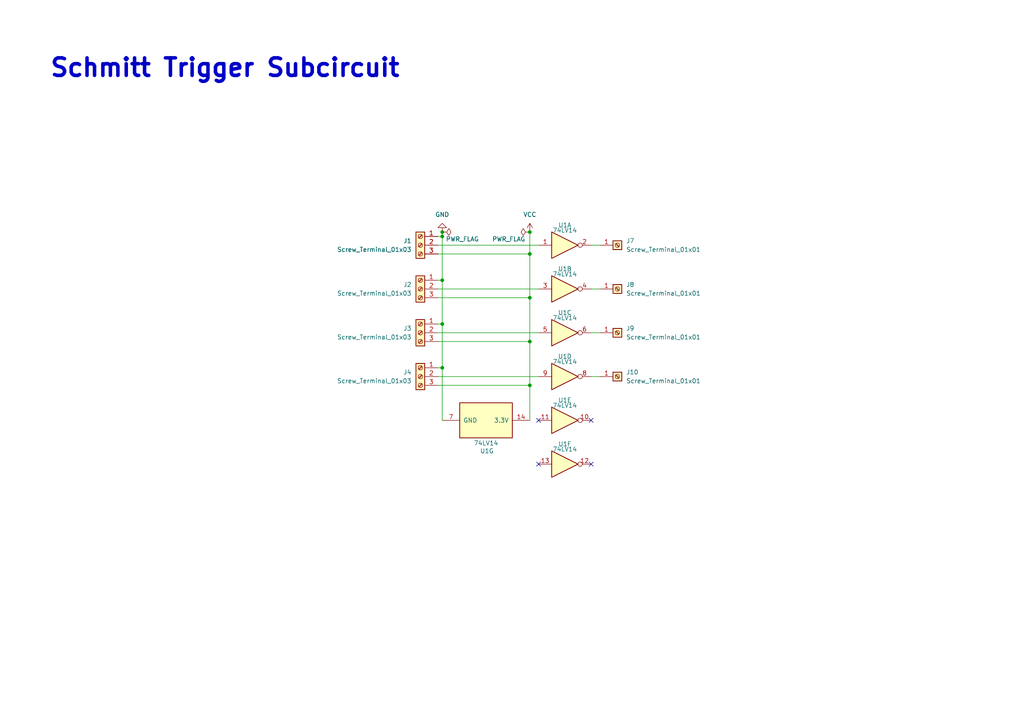
<source format=kicad_sch>
(kicad_sch (version 20231120) (generator "eeschema") (generator_version "8.0")
  (paper "A4")
  (title_block (title "Schmitt Trigger Subcircuit") (date "2024-10-01") (rev "0.1") (company "Mechatronics and Robotics Society"))
  (lib_symbols
    (symbol "74xx:74LV14" (pin_names (offset 1.016))
      (property "Reference" "U" (at 0 1.27 0))
      (property "Value" "74LV14" (at 0 -1.27 0))
      (symbol "74LV14_1_0"
        (polyline (pts (xy -3.81 3.81) (xy -3.81 -3.81) (xy 3.81 0) (xy -3.81 3.81)) (stroke (width 0.254)) (fill (type background)))
        (pin input line (at -7.62 0 0) (length 3.81) (name "~") (number "1"))
        (pin output inverted (at 7.62 0 180) (length 3.81) (name "~") (number "2"))
      )
      (symbol "74LV14_2_0"
        (polyline (pts (xy -3.81 3.81) (xy -3.81 -3.81) (xy 3.81 0) (xy -3.81 3.81)) (stroke (width 0.254)) (fill (type background)))
        (pin input line (at -7.62 0 0) (length 3.81) (name "~") (number "3"))
        (pin output inverted (at 7.62 0 180) (length 3.81) (name "~") (number "4"))
      )
      (symbol "74LV14_3_0"
        (polyline (pts (xy -3.81 3.81) (xy -3.81 -3.81) (xy 3.81 0) (xy -3.81 3.81)) (stroke (width 0.254)) (fill (type background)))
        (pin input line (at -7.62 0 0) (length 3.81) (name "~") (number "5"))
        (pin output inverted (at 7.62 0 180) (length 3.81) (name "~") (number "6"))
      )
      (symbol "74LV14_4_0"
        (polyline (pts (xy -3.81 3.81) (xy -3.81 -3.81) (xy 3.81 0) (xy -3.81 3.81)) (stroke (width 0.254)) (fill (type background)))
        (pin output inverted (at 7.62 0 180) (length 3.81) (name "~") (number "8"))
        (pin input line (at -7.62 0 0) (length 3.81) (name "~") (number "9"))
      )
      (symbol "74LV14_5_0"
        (polyline (pts (xy -3.81 3.81) (xy -3.81 -3.81) (xy 3.81 0) (xy -3.81 3.81)) (stroke (width 0.254)) (fill (type background)))
        (pin output inverted (at 7.62 0 180) (length 3.81) (name "~") (number "10"))
        (pin input line (at -7.62 0 0) (length 3.81) (name "~") (number "11"))
      )
      (symbol "74LV14_6_0"
        (polyline (pts (xy -3.81 3.81) (xy -3.81 -3.81) (xy 3.81 0) (xy -3.81 3.81)) (stroke (width 0.254)) (fill (type background)))
        (pin output inverted (at 7.62 0 180) (length 3.81) (name "~") (number "12"))
        (pin input line (at -7.62 0 0) (length 3.81) (name "~") (number "13"))
      )
      (symbol "74LV14_7_0"
        (pin power_in line (at 0 12.7 270) (length 5.08) (name "3.3V") (number "14"))
        (pin power_in line (at 0 -12.7 90) (length 5.08) (name "GND") (number "7"))
      )
      (symbol "74LV14_7_1"
        (rectangle (start -5.08 7.62) (end 5.08 -7.62) (stroke (width 0.254)) (fill (type background)))
      )
    )
    (symbol "Connector:Screw_Terminal_01x01" (pin_names (offset 1.016) hide)
      (property "Reference" "J" (at 0 2.54 0))
      (property "Value" "Screw_Terminal_01x01" (at 0 -2.54 0))
      (symbol "Screw_Terminal_01x01_1_1"
        (rectangle (start -1.27 1.27) (end 1.27 -1.27) (stroke (width 0.254)) (fill (type background)))
        (polyline (pts (xy -0.5334 0.3302) (xy 0.3302 -0.508)) (stroke (width 0.1524)))
        (polyline (pts (xy -0.3556 0.508) (xy 0.508 -0.3302)) (stroke (width 0.1524)))
        (circle (center 0 0) (radius 0.635) (stroke (width 0.1524)))
        (pin passive line (at -5.08 0 0) (length 3.81) (name "Pin_1") (number "1"))
      )
    )
    (symbol "Connector:Screw_Terminal_01x03" (pin_names (offset 1.016) hide)
      (property "Reference" "J" (at 0 5.08 0))
      (property "Value" "Screw_Terminal_01x03" (at 0 -5.08 0))
      (symbol "Screw_Terminal_01x03_1_1"
        (rectangle (start -1.27 3.81) (end 1.27 -3.81) (stroke (width 0.254)) (fill (type background)))
        (circle (center 0 -2.54) (radius 0.635) (stroke (width 0.1524)))
        (polyline (pts (xy -0.5334 -2.2098) (xy 0.3302 -3.048)) (stroke (width 0.1524)))
        (polyline (pts (xy -0.5334 0.3302) (xy 0.3302 -0.508)) (stroke (width 0.1524)))
        (polyline (pts (xy -0.5334 2.8702) (xy 0.3302 2.032)) (stroke (width 0.1524)))
        (polyline (pts (xy -0.3556 -2.032) (xy 0.508 -2.8702)) (stroke (width 0.1524)))
        (polyline (pts (xy -0.3556 0.508) (xy 0.508 -0.3302)) (stroke (width 0.1524)))
        (polyline (pts (xy -0.3556 3.048) (xy 0.508 2.2098)) (stroke (width 0.1524)))
        (circle (center 0 0) (radius 0.635) (stroke (width 0.1524)))
        (circle (center 0 2.54) (radius 0.635) (stroke (width 0.1524)))
        (pin passive line (at -5.08 2.54 0) (length 3.81) (name "Pin_1") (number "1"))
        (pin passive line (at -5.08 0 0) (length 3.81) (name "Pin_2") (number "2"))
        (pin passive line (at -5.08 -2.54 0) (length 3.81) (name "Pin_3") (number "3"))
      )
    )
    (symbol "power:GND" (power) (pin_numbers hide) (pin_names (offset 0) hide)
      (property "Value" "GND" (at 0 -3.81 0))
      (symbol "GND_0_1"
        (polyline (pts (xy 0 0) (xy 0 -1.27) (xy 1.27 -1.27) (xy 0 -2.54) (xy -1.27 -1.27) (xy 0 -1.27)))
      )
      (symbol "GND_1_1"
        (pin power_in line (at 0 0 270) (length 0) (name "~") (number "1"))
      )
    )
    (symbol "power:PWR_FLAG" (power) (pin_numbers hide) (pin_names (offset 0) hide)
      (property "Value" "PWR_FLAG" (at 0 3.81 0))
      (symbol "PWR_FLAG_0_0"
        (pin power_out line (at 0 0 90) (length 0) (name "~") (number "1"))
      )
      (symbol "PWR_FLAG_0_1"
        (polyline (pts (xy 0 0) (xy 0 1.27) (xy -1.016 1.905) (xy 0 2.54) (xy 1.016 1.905) (xy 0 1.27)))
      )
    )
    (symbol "power:VCC" (power) (pin_numbers hide) (pin_names (offset 0) hide)
      (property "Value" "VCC" (at 0 3.556 0))
      (symbol "VCC_0_1"
        (polyline (pts (xy -0.762 1.27) (xy 0 2.54)))
        (polyline (pts (xy 0 0) (xy 0 2.54)))
        (polyline (pts (xy 0 2.54) (xy 0.762 1.27)))
      )
      (symbol "VCC_1_1"
        (pin power_in line (at 0 0 90) (length 0) (name "~") (number "1"))
      )
    )
  )
  (junction (at 153.67 86.36))
  (junction (at 153.67 73.66))
  (junction (at 153.67 111.76))
  (junction (at 128.27 81.28))
  (junction (at 128.27 68.58))
  (junction (at 128.27 67.31))
  (junction (at 128.27 93.98))
  (junction (at 153.67 67.31))
  (junction (at 128.27 106.68))
  (junction (at 153.67 99.06))
  (no_connect (at 156.21 134.62))
  (no_connect (at 156.21 121.92))
  (no_connect (at 171.45 134.62))
  (no_connect (at 171.45 121.92))
  (wire (pts (xy 127 96.52) (xy 156.21 96.52)))
  (wire (pts (xy 128.27 106.68) (xy 128.27 121.92)))
  (wire (pts (xy 127 83.82) (xy 156.21 83.82)))
  (wire (pts (xy 127 71.12) (xy 156.21 71.12)))
  (wire (pts (xy 153.67 99.06) (xy 153.67 111.76)))
  (wire (pts (xy 128.27 93.98) (xy 128.27 81.28)))
  (wire (pts (xy 127 68.58) (xy 128.27 68.58)))
  (wire (pts (xy 171.45 83.82) (xy 173.99 83.82)))
  (wire (pts (xy 127 109.22) (xy 156.21 109.22)))
  (wire (pts (xy 153.67 67.31) (xy 153.67 73.66)))
  (wire (pts (xy 171.45 71.12) (xy 173.99 71.12)))
  (wire (pts (xy 127 93.98) (xy 128.27 93.98)))
  (wire (pts (xy 127 81.28) (xy 128.27 81.28)))
  (wire (pts (xy 153.67 73.66) (xy 153.67 86.36)))
  (wire (pts (xy 128.27 68.58) (xy 128.27 67.31)))
  (wire (pts (xy 128.27 106.68) (xy 128.27 93.98)))
  (wire (pts (xy 127 111.76) (xy 153.67 111.76)))
  (wire (pts (xy 127 73.66) (xy 153.67 73.66)))
  (wire (pts (xy 171.45 109.22) (xy 173.99 109.22)))
  (wire (pts (xy 127 86.36) (xy 153.67 86.36)))
  (wire (pts (xy 127 106.68) (xy 128.27 106.68)))
  (wire (pts (xy 127 99.06) (xy 153.67 99.06)))
  (wire (pts (xy 171.45 96.52) (xy 173.99 96.52)))
  (wire (pts (xy 128.27 81.28) (xy 128.27 68.58)))
  (wire (pts (xy 153.67 111.76) (xy 153.67 121.92)))
  (wire (pts (xy 153.67 86.36) (xy 153.67 99.06)))
  (text "Schmitt Trigger Subcircuit" (at 65.278 19.812 0) (effects (font (size 5.08 5.08) (thickness 1.016) (bold yes))))
  (symbol (lib_id "Connector:Screw_Terminal_01x03") (at 121.92 83.82 0) (mirror y) (unit 1)
    (property "Reference" "J2" (at 119.38 82.5499 0) (effects (justify left)))
    (property "Value" "Screw_Terminal_01x03" (at 119.38 85.0899 0) (effects (justify left)))
    (property "Footprint" "TerminalBlock_4Ucon:TerminalBlock_4Ucon_1x03_P3.50mm_Horizontal" (effects (hide yes)))
    (property "Description" "Generic screw terminal, single row, 01x03, script generated (kicad-library-utils/schlib/autogen/connector/)" (effects (hide yes)))
  )
  (symbol (lib_id "power:GND") (at 128.27 67.31 180) (unit 1)
    (property "Reference" "#PWR04" (effects (hide yes)))
    (property "Value" "GND" (at 128.27 62.23 0))
    (property "Description" "Power symbol creates a global label with name \"GND\" , ground" (effects (hide yes)))
  )
  (symbol (lib_id "74xx:74LV14") (at 163.83 71.12 0) (unit 1)
    (property "Reference" "U1" (at 163.83 65.278 0))
    (property "Value" "74LV14" (at 163.83 66.802 0))
    (property "Footprint" "Package_DIP:DIP-4_W7.62mm_Socket" (effects (hide yes)))
    (property "Datasheet" "http://www.ti.com/lit/gpn/sn74LV14" (effects (hide yes)))
    (property "Description" "Hex Inverter" (effects (hide yes)))
  )
  (symbol (lib_id "74xx:74LV14") (at 163.83 121.92 0) (unit 5)
    (property "Reference" "U1" (at 163.83 116.078 0))
    (property "Value" "74LV14" (at 163.83 117.602 0))
    (property "Footprint" "Package_DIP:DIP-4_W7.62mm_Socket" (effects (hide yes)))
    (property "Datasheet" "http://www.ti.com/lit/gpn/sn74LV14" (effects (hide yes)))
    (property "Description" "Hex Inverter" (effects (hide yes)))
  )
  (symbol (lib_id "Connector:Screw_Terminal_01x01") (at 179.07 96.52 0) (unit 1)
    (property "Reference" "J9" (at 181.61 95.2499 0) (effects (justify left)))
    (property "Value" "Screw_Terminal_01x01" (at 181.61 97.7899 0) (effects (justify left)))
    (property "Footprint" "TerminalBlock_MetzConnect:TerminalBlock_MetzConnect_360271_1x01_Horizontal_ScrewM3.0_Boxed" (effects (hide yes)))
    (property "Description" "Generic screw terminal, single row, 01x01, script generated (kicad-library-utils/schlib/autogen/connector/)" (effects (hide yes)))
  )
  (symbol (lib_id "Connector:Screw_Terminal_01x01") (at 179.07 109.22 0) (unit 1)
    (property "Reference" "J10" (at 181.61 107.9499 0) (effects (justify left)))
    (property "Value" "Screw_Terminal_01x01" (at 181.61 110.4899 0) (effects (justify left)))
    (property "Footprint" "TerminalBlock_MetzConnect:TerminalBlock_MetzConnect_360271_1x01_Horizontal_ScrewM3.0_Boxed" (effects (hide yes)))
    (property "Description" "Generic screw terminal, single row, 01x01, script generated (kicad-library-utils/schlib/autogen/connector/)" (effects (hide yes)))
  )
  (symbol (lib_id "74xx:74LV14") (at 140.97 121.92 270) (unit 7)
    (property "Reference" "U1" (at 141.224 130.81 90))
    (property "Value" "74LV14" (at 140.97 128.524 90))
    (property "Footprint" "Package_DIP:DIP-4_W7.62mm_Socket" (effects (hide yes)))
    (property "Datasheet" "http://www.ti.com/lit/gpn/sn74LV14" (effects (hide yes)))
    (property "Description" "Hex Inverter" (effects (hide yes)))
  )
  (symbol (lib_id "power:VCC") (at 153.67 67.31 0) (unit 1)
    (property "Reference" "#PWR03" (effects (hide yes)))
    (property "Value" "VCC" (at 153.67 62.23 0))
    (property "Description" "Power symbol creates a global label with name \"VCC\"" (effects (hide yes)))
  )
  (symbol (lib_id "power:PWR_FLAG") (at 153.67 67.31 90) (unit 1)
    (property "Reference" "#FLG04" (effects (hide yes)))
    (property "Value" "PWR_FLAG" (at 152.4 69.342 90) (effects (justify left)))
    (property "Description" "Special symbol for telling ERC where power comes from" (effects (hide yes)))
  )
  (symbol (lib_id "74xx:74LV14") (at 163.83 134.62 0) (unit 6)
    (property "Reference" "U1" (at 163.83 128.778 0))
    (property "Value" "74LV14" (at 163.83 130.302 0))
    (property "Footprint" "Package_DIP:DIP-4_W7.62mm_Socket" (effects (hide yes)))
    (property "Datasheet" "http://www.ti.com/lit/gpn/sn74LV14" (effects (hide yes)))
    (property "Description" "Hex Inverter" (effects (hide yes)))
  )
  (symbol (lib_id "power:PWR_FLAG") (at 128.27 67.31 270) (unit 1)
    (property "Reference" "#FLG03" (effects (hide yes)))
    (property "Value" "PWR_FLAG" (at 129.286 69.342 90) (effects (justify left)))
    (property "Description" "Special symbol for telling ERC where power comes from" (effects (hide yes)))
  )
  (symbol (lib_id "74xx:74LV14") (at 163.83 83.82 0) (unit 2)
    (property "Reference" "U1" (at 163.83 77.978 0))
    (property "Value" "74LV14" (at 163.83 79.502 0))
    (property "Footprint" "Package_DIP:DIP-4_W7.62mm_Socket" (effects (hide yes)))
    (property "Datasheet" "http://www.ti.com/lit/gpn/sn74LV14" (effects (hide yes)))
    (property "Description" "Hex Inverter" (effects (hide yes)))
  )
  (symbol (lib_id "Connector:Screw_Terminal_01x01") (at 179.07 71.12 0) (unit 1)
    (property "Reference" "J7" (at 181.61 69.8499 0) (effects (justify left)))
    (property "Value" "Screw_Terminal_01x01" (at 181.61 72.3899 0) (effects (justify left)))
    (property "Footprint" "TerminalBlock_MetzConnect:TerminalBlock_MetzConnect_360271_1x01_Horizontal_ScrewM3.0_Boxed" (effects (hide yes)))
    (property "Description" "Generic screw terminal, single row, 01x01, script generated (kicad-library-utils/schlib/autogen/connector/)" (effects (hide yes)))
  )
  (symbol (lib_id "74xx:74LV14") (at 163.83 96.52 0) (unit 3)
    (property "Reference" "U1" (at 163.83 90.678 0))
    (property "Value" "74LV14" (at 163.83 92.202 0))
    (property "Footprint" "Package_DIP:DIP-4_W7.62mm_Socket" (effects (hide yes)))
    (property "Datasheet" "http://www.ti.com/lit/gpn/sn74LV14" (effects (hide yes)))
    (property "Description" "Hex Inverter" (effects (hide yes)))
  )
  (symbol (lib_id "Connector:Screw_Terminal_01x03") (at 121.92 109.22 0) (mirror y) (unit 1)
    (property "Reference" "J4" (at 119.38 107.9499 0) (effects (justify left)))
    (property "Value" "Screw_Terminal_01x03" (at 119.38 110.4899 0) (effects (justify left)))
    (property "Footprint" "TerminalBlock_4Ucon:TerminalBlock_4Ucon_1x03_P3.50mm_Horizontal" (effects (hide yes)))
    (property "Description" "Generic screw terminal, single row, 01x03, script generated (kicad-library-utils/schlib/autogen/connector/)" (effects (hide yes)))
  )
  (symbol (lib_id "Connector:Screw_Terminal_01x01") (at 179.07 83.82 0) (unit 1)
    (property "Reference" "J8" (at 181.61 82.5499 0) (effects (justify left)))
    (property "Value" "Screw_Terminal_01x01" (at 181.61 85.0899 0) (effects (justify left)))
    (property "Footprint" "TerminalBlock_MetzConnect:TerminalBlock_MetzConnect_360271_1x01_Horizontal_ScrewM3.0_Boxed" (effects (hide yes)))
    (property "Description" "Generic screw terminal, single row, 01x01, script generated (kicad-library-utils/schlib/autogen/connector/)" (effects (hide yes)))
  )
  (symbol (lib_id "Connector:Screw_Terminal_01x03") (at 121.92 96.52 0) (mirror y) (unit 1)
    (property "Reference" "J3" (at 119.38 95.2499 0) (effects (justify left)))
    (property "Value" "Screw_Terminal_01x03" (at 119.38 97.7899 0) (effects (justify left)))
    (property "Footprint" "TerminalBlock_4Ucon:TerminalBlock_4Ucon_1x03_P3.50mm_Horizontal" (effects (hide yes)))
    (property "Description" "Generic screw terminal, single row, 01x03, script generated (kicad-library-utils/schlib/autogen/connector/)" (effects (hide yes)))
  )
  (symbol (lib_id "74xx:74LV14") (at 163.83 109.22 0) (unit 4)
    (property "Reference" "U1" (at 163.83 103.378 0))
    (property "Value" "74LV14" (at 163.83 104.902 0))
    (property "Footprint" "Package_DIP:DIP-4_W7.62mm_Socket" (effects (hide yes)))
    (property "Datasheet" "http://www.ti.com/lit/gpn/sn74LV14" (effects (hide yes)))
    (property "Description" "Hex Inverter" (effects (hide yes)))
  )
  (symbol (lib_id "Connector:Screw_Terminal_01x03") (at 121.92 71.12 0) (mirror y) (unit 1)
    (property "Reference" "J1" (at 119.38 69.8499 0) (effects (justify left)))
    (property "Value" "Screw_Terminal_01x03" (at 119.38 72.3899 0) (effects (justify left)))
    (property "Footprint" "TerminalBlock_4Ucon:TerminalBlock_4Ucon_1x03_P3.50mm_Horizontal" (effects (hide yes)))
    (property "Description" "Generic screw terminal, single row, 01x03, script generated (kicad-library-utils/schlib/autogen/connector/)" (effects (hide yes)))
  )
)
</source>
